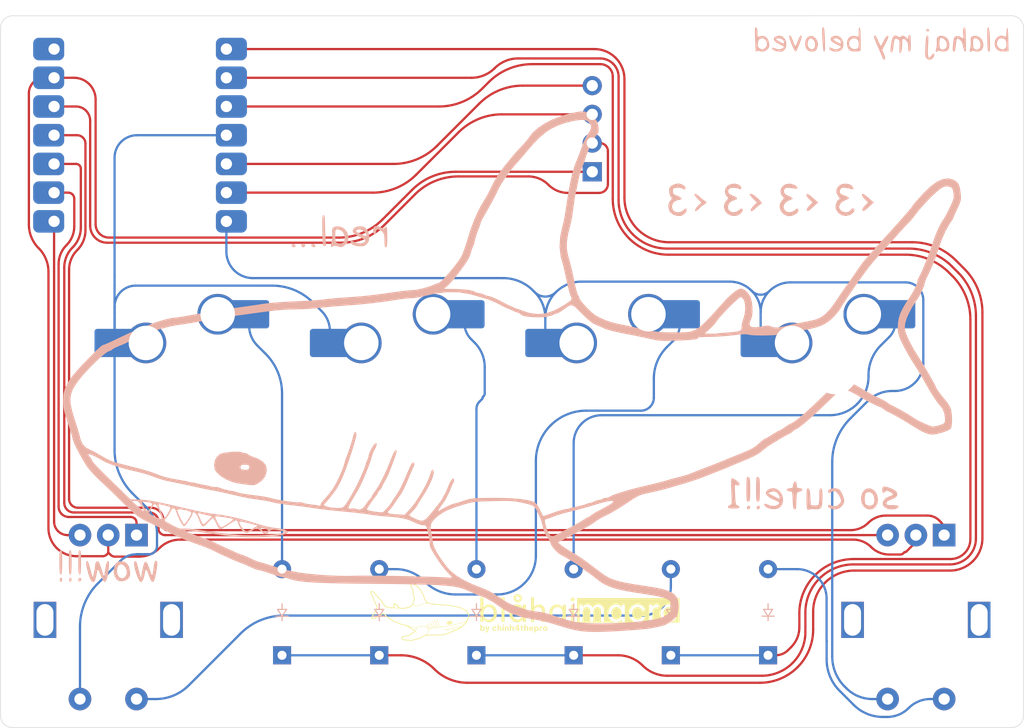
<source format=kicad_pcb>
(kicad_pcb (version 20240108) (generator "pcbnew") (generator_version "8.0")
  (layers (0 "F.Cu" signal) (31 "B.Cu" signal) (34 "B.Paste" user) (35 "F.Paste" user) (36 "B.SilkS" user "B.Silkscreen") (37 "F.SilkS" user "F.Silkscreen") (38 "B.Mask" user) (39 "F.Mask" user) (44 "Edge.Cuts" user))
  (net 0 "")
  (net 1 "Net-(D1-A)")
  (net 2 "ROW1")
  (net 3 "Net-(D2-A)")
  (net 4 "Net-(D3-A)")
  (net 5 "ROW2")
  (net 6 "Net-(D4-A)")
  (net 7 "Net-(D5-A)")
  (net 8 "Net-(D6-A)")
  (net 9 "GND")
  (net 10 "SCL")
  (net 11 "SDA")
  (net 12 "COL1")
  (net 13 "COL2")
  (net 14 "ROTB1")
  (net 15 "ROTA1")
  (net 16 "ROTB2")
  (net 17 "ROTA2")
  (net 18 "+3V3")
  (net 19 "ROW3")
  (footprint "ScottoKeebs_Scotto:Encoder_EC11_MX" (layer "F.Cu") (at 80.9625 76.2 -90)
    (property "Reference" "SW1" (hide yes))
    (property "Value" "RotaryEncoder_Switch" (hide yes))
    (pad "A" thru_hole rect (at -7.5 -2.5 270) (size 2 2) (drill 1) (layers "*.Cu" "*.Mask") (net 15 "ROTA1"))
    (pad "B" thru_hole circle (at -7.5 2.5 270) (size 2 2) (drill 1) (layers "*.Cu" "*.Mask") (net 14 "ROTB1"))
    (pad "C" thru_hole circle (at -7.5 0 270) (size 2 2) (drill 1) (layers "*.Cu" "*.Mask") (net 9 "GND"))
    (pad "MP" thru_hole rect (at 0 -5.6 270) (size 3.2 2) (drill oval 2.8 1.5) (layers "*.Cu" "*.Mask"))
    (pad "MP" thru_hole rect (at 0 5.6 270) (size 3.2 2) (drill oval 2.8 1.5) (layers "*.Cu" "*.Mask"))
    (pad "S1" thru_hole circle (at 7 2.5 270) (size 2 2) (drill 1) (layers "*.Cu" "*.Mask") (net 12 "COL1"))
    (pad "S2" thru_hole circle (at 7 -2.5 270) (size 2 2) (drill 1) (layers "*.Cu" "*.Mask") (net 7 "Net-(D5-A)"))
  )
  (footprint "ScottoKeebs_Scotto:Encoder_EC11_MX" (layer "F.Cu") (at 152.4 76.2 -90)
    (property "Reference" "SW2" (hide yes))
    (property "Value" "RotaryEncoder_Switch" (hide yes))
    (pad "A" thru_hole rect (at -7.5 -2.5 270) (size 2 2) (drill 1) (layers "*.Cu" "*.Mask") (net 17 "ROTA2"))
    (pad "B" thru_hole circle (at -7.5 2.5 270) (size 2 2) (drill 1) (layers "*.Cu" "*.Mask") (net 16 "ROTB2"))
    (pad "C" thru_hole circle (at -7.5 0 270) (size 2 2) (drill 1) (layers "*.Cu" "*.Mask") (net 9 "GND"))
    (pad "MP" thru_hole rect (at 0 -5.6 270) (size 3.2 2) (drill oval 2.8 1.5) (layers "*.Cu" "*.Mask"))
    (pad "MP" thru_hole rect (at 0 5.6 270) (size 3.2 2) (drill oval 2.8 1.5) (layers "*.Cu" "*.Mask"))
    (pad "S1" thru_hole circle (at 7 2.5 270) (size 2 2) (drill 1) (layers "*.Cu" "*.Mask") (net 13 "COL2"))
    (pad "S2" thru_hole circle (at 7 -2.5 270) (size 2 2) (drill 1) (layers "*.Cu" "*.Mask") (net 8 "Net-(D6-A)"))
  )
  (footprint "LOGO" (layer "F.Cu") (at 117.882252 75.519938)
    (property "Reference" "G***" (hide yes))
    (property "Value" "LOGO" (hide yes))
  )
  (footprint "ScottoKeebs_Components:OLED_128x32" (layer "F.Cu") (at 122.1745 26.7625)
    (property "Reference" "J1" (hide yes))
    (property "Value" "OLED_128x32" (hide yes))
    (pad "1" thru_hole rect (at 1.6 9.8 180) (size 1.7 1.7) (drill 1) (layers "*.Cu" "*.Mask") (net 9 "GND"))
    (pad "2" thru_hole oval (at 1.6 7.26 180) (size 1.7 1.7) (drill 1) (layers "*.Cu" "*.Mask") (net 18 "+3V3"))
    (pad "3" thru_hole oval (at 1.6 4.72 180) (size 1.7 1.7) (drill 1) (layers "*.Cu" "*.Mask") (net 10 "SCL"))
    (pad "4" thru_hole oval (at 1.6 2.18 180) (size 1.7 1.7) (drill 1) (layers "*.Cu" "*.Mask") (net 11 "SDA"))
  )
  (footprint "LOGO" (layer "B.Cu") (at 139.602602 38.96113 180)
    (property "Reference" "G***" (hide yes))
    (property "Value" "LOGO" (hide yes))
  )
  (footprint "ScottoKeebs_MCU:Seeed_XIAO_RP2040" (layer "B.Cu") (at 83.792 33.328 180)
    (property "Reference" "U1" (hide yes))
    (property "Value" "MCU_Seeed_XIAO_RP2040" (hide yes))
    (pad "1" smd roundrect (at -8.065 7.62 180) (size 2.75 2) (layers "B.Cu" "B.Paste" "B.Mask") (net 2 "ROW1"))
    (pad "1" thru_hole rect (at -7.62 7.62 90) (size 1.6 1.6) (drill 1) (layers "*.Cu" "*.Mask") (net 2 "ROW1"))
    (pad "2" smd roundrect (at -8.065 5.08 180) (size 2.75 2) (layers "B.Cu" "B.Paste" "B.Mask") (net 5 "ROW2"))
    (pad "2" thru_hole circle (at -7.62 5.08 90) (size 1.6 1.6) (drill 1) (layers "*.Cu" "*.Mask") (net 5 "ROW2"))
    (pad "3" smd roundrect (at -8.065 2.54 180) (size 2.75 2) (layers "B.Cu" "B.Paste" "B.Mask") (net 19 "ROW3"))
    (pad "3" thru_hole circle (at -7.62 2.54 90) (size 1.6 1.6) (drill 1) (layers "*.Cu" "*.Mask") (net 19 "ROW3"))
    (pad "4" smd roundrect (at -8.065 0 180) (size 2.75 2) (layers "B.Cu" "B.Paste" "B.Mask") (net 12 "COL1"))
    (pad "4" thru_hole circle (at -7.62 0 90) (size 1.6 1.6) (drill 1) (layers "*.Cu" "*.Mask") (net 12 "COL1"))
    (pad "5" smd roundrect (at -8.065 -2.54 180) (size 2.75 2) (layers "B.Cu" "B.Paste" "B.Mask") (net 11 "SDA"))
    (pad "5" thru_hole circle (at -7.62 -2.54 90) (size 1.6 1.6) (drill 1) (layers "*.Cu" "*.Mask") (net 11 "SDA"))
    (pad "6" smd roundrect (at -8.065 -5.08 180) (size 2.75 2) (layers "B.Cu" "B.Paste" "B.Mask") (net 10 "SCL"))
    (pad "6" thru_hole circle (at -7.62 -5.08 90) (size 1.6 1.6) (drill 1) (layers "*.Cu" "*.Mask") (net 10 "SCL"))
    (pad "7" smd roundrect (at -8.065 -7.62 180) (size 2.75 2) (layers "B.Cu" "B.Paste" "B.Mask") (net 13 "COL2"))
    (pad "7" thru_hole circle (at -7.62 -7.62 90) (size 1.6 1.6) (drill 1) (layers "*.Cu" "*.Mask") (net 13 "COL2"))
    (pad "8" thru_hole circle (at 7.62 -7.62 90) (size 1.6 1.6) (drill 1) (layers "*.Cu" "*.Mask") (net 14 "ROTB1"))
    (pad "8" smd roundrect (at 8.1 -7.62 180) (size 2.75 2) (layers "B.Cu" "B.Paste" "B.Mask") (net 14 "ROTB1"))
    (pad "9" thru_hole circle (at 7.62 -5.08 90) (size 1.6 1.6) (drill 1) (layers "*.Cu" "*.Mask") (net 15 "ROTA1"))
    (pad "9" smd roundrect (at 8.1 -5.08 180) (size 2.75 2) (layers "B.Cu" "B.Paste" "B.Mask") (net 15 "ROTA1"))
    (pad "10" thru_hole circle (at 7.62 -2.54 90) (size 1.6 1.6) (drill 1) (layers "*.Cu" "*.Mask") (net 16 "ROTB2"))
    (pad "10" smd roundrect (at 8.1 -2.54 180) (size 2.75 2) (layers "B.Cu" "B.Paste" "B.Mask") (net 16 "ROTB2"))
    (pad "11" thru_hole circle (at 7.62 0 90) (size 1.6 1.6) (drill 1) (layers "*.Cu" "*.Mask") (net 17 "ROTA2"))
    (pad "11" smd roundrect (at 8.1 0 180) (size 2.75 2) (layers "B.Cu" "B.Paste" "B.Mask") (net 17 "ROTA2"))
    (pad "12" thru_hole circle (at 7.62 2.54 90) (size 1.6 1.6) (drill 1) (layers "*.Cu" "*.Mask") (net 18 "+3V3"))
    (pad "12" smd roundrect (at 8.1 2.54 180) (size 2.75 2) (layers "B.Cu" "B.Paste" "B.Mask") (net 18 "+3V3"))
    (pad "13" thru_hole circle (at 7.62 5.08 90) (size 1.6 1.6) (drill 1) (layers "*.Cu" "*.Mask") (net 9 "GND"))
    (pad "13" smd roundrect (at 8.1 5.08 180) (size 2.75 2) (layers "B.Cu" "B.Paste" "B.Mask") (net 9 "GND"))
    (pad "14" thru_hole circle (at 7.62 7.62 90) (size 1.6 1.6) (drill 1) (layers "*.Cu" "*.Mask"))
    (pad "14" smd roundrect (at 8.1 7.62 180) (size 2.75 2) (layers "B.Cu" "B.Paste" "B.Mask"))
  )
  (footprint "ScottoKeebs_Components:Diode_DO-35" (layer "B.Cu") (at 122.13 79.33 90)
    (property "Reference" "D4" (hide yes))
    (property "Value" "Diode" (hide yes))
    (pad "1" thru_hole rect (at 0 0 90) (size 1.6 1.6) (drill 0.8) (layers "*.Cu" "*.Mask") (net 5 "ROW2"))
    (pad "2" thru_hole oval (at 7.62 0 90) (size 1.6 1.6) (drill 0.8) (layers "*.Cu" "*.Mask") (net 6 "Net-(D4-A)"))
  )
  (footprint "LOGO" (layer "B.Cu") (at 149.363 25.221 180)
    (property "Reference" "G***" (hide yes))
    (property "Value" "LOGO" (hide yes))
  )
  (footprint "ScottoKeebs_Scotto:MX_Hotswap_1.00u" (layer "B.Cu") (at 87.47125 50.43375)
    (property "Reference" "S1" (hide yes))
    (property "Value" "Keyswitch" (hide yes))
    (pad "" np_thru_hole circle (at -4.445 3.81 180) (size 1.75 1.75) (drill 1.75) (layers "F&B.Cu" "*.Mask") (clearance 0.1))
    (pad "" np_thru_hole circle (at 0.635 3.81 180) (size 4 4) (drill 4) (layers "*.Cu" "*.Mask"))
    (pad "" np_thru_hole circle (at 5.715 3.81 180) (size 1.75 1.75) (drill 1.75) (layers "*.Cu" "*.Mask"))
    (pad "1" smd roundrect (at -5.95 1.27 180) (size 3.55 2.5) (layers "B.Cu") (roundrect_rratio 0.1) (net 12 "COL1"))
    (pad "1" thru_hole circle (at -3.175 1.27 180) (size 3.6 3.6) (drill 3.05) (layers "*.Cu" "*.Mask") (net 12 "COL1"))
    (pad "2" thru_hole circle (at 3.175 -1.27 180) (size 3.6 3.6) (drill 3.05) (layers "*.Cu" "*.Mask") (net 1 "Net-(D1-A)"))
    (pad "2" smd roundrect (at 5.955 -1.27 180) (size 3.55 2.5) (layers "B.Cu") (roundrect_rratio 0.1) (net 1 "Net-(D1-A)"))
  )
  (footprint "ScottoKeebs_Scotto:MX_Hotswap_1.00u" (layer "B.Cu") (at 125.57125 50.43375)
    (property "Reference" "S3" (hide yes))
    (property "Value" "Keyswitch" (hide yes))
    (pad "" np_thru_hole circle (at -4.445 3.81 180) (size 1.75 1.75) (drill 1.75) (layers "F&B.Cu" "*.Mask") (clearance 0.1))
    (pad "" np_thru_hole circle (at 0.635 3.81 180) (size 4 4) (drill 4) (layers "*.Cu" "*.Mask"))
    (pad "" np_thru_hole circle (at 5.715 3.81 180) (size 1.75 1.75) (drill 1.75) (layers "*.Cu" "*.Mask"))
    (pad "1" smd roundrect (at -5.95 1.27 180) (size 3.55 2.5) (layers "B.Cu") (roundrect_rratio 0.1) (net 13 "COL2"))
    (pad "1" thru_hole circle (at -3.175 1.27 180) (size 3.6 3.6) (drill 3.05) (layers "*.Cu" "*.Mask") (net 13 "COL2"))
    (pad "2" thru_hole circle (at 3.175 -1.27 180) (size 3.6 3.6) (drill 3.05) (layers "*.Cu" "*.Mask") (net 4 "Net-(D3-A)"))
    (pad "2" smd roundrect (at 5.955 -1.27 180) (size 3.55 2.5) (layers "B.Cu") (roundrect_rratio 0.1) (net 4 "Net-(D3-A)"))
  )
  (footprint "ScottoKeebs_Scotto:MX_Hotswap_1.00u" (layer "B.Cu") (at 106.52125 50.43375)
    (property "Reference" "S2" (hide yes))
    (property "Value" "Keyswitch" (hide yes))
    (pad "" np_thru_hole circle (at -4.445 3.81 180) (size 1.75 1.75) (drill 1.75) (layers "F&B.Cu" "*.Mask") (clearance 0.1))
    (pad "" np_thru_hole circle (at 0.635 3.81 180) (size 4 4) (drill 4) (layers "*.Cu" "*.Mask"))
    (pad "" np_thru_hole circle (at 5.715 3.81 180) (size 1.75 1.75) (drill 1.75) (layers "*.Cu" "*.Mask"))
    (pad "1" smd roundrect (at -5.95 1.27 180) (size 3.55 2.5) (layers "B.Cu") (roundrect_rratio 0.1) (net 12 "COL1"))
    (pad "1" thru_hole circle (at -3.175 1.27 180) (size 3.6 3.6) (drill 3.05) (layers "*.Cu" "*.Mask") (net 12 "COL1"))
    (pad "2" thru_hole circle (at 3.175 -1.27 180) (size 3.6 3.6) (drill 3.05) (layers "*.Cu" "*.Mask") (net 3 "Net-(D2-A)"))
    (pad "2" smd roundrect (at 5.955 -1.27 180) (size 3.55 2.5) (layers "B.Cu") (roundrect_rratio 0.1) (net 3 "Net-(D2-A)"))
  )
  (footprint "LOGO" (layer "B.Cu") (at 101.466 41.822 180)
    (property "Reference" "G***" (hide yes))
    (property "Value" "LOGO" (hide yes))
  )
  (footprint "ScottoKeebs_Components:Diode_DO-35" (layer "B.Cu") (at 96.336 79.33 90)
    (property "Reference" "D1" (hide yes))
    (property "Value" "Diode" (hide yes))
    (pad "1" thru_hole rect (at 0 0 90) (size 1.6 1.6) (drill 0.8) (layers "*.Cu" "*.Mask") (net 2 "ROW1"))
    (pad "2" thru_hole oval (at 7.62 0 90) (size 1.6 1.6) (drill 0.8) (layers "*.Cu" "*.Mask") (net 1 "Net-(D1-A)"))
  )
  (footprint "ScottoKeebs_Components:Diode_DO-35" (layer "B.Cu") (at 139.326 79.33 90)
    (property "Reference" "D6" (hide yes))
    (property "Value" "Diode" (hide yes))
    (pad "1" thru_hole rect (at 0 0 90) (size 1.6 1.6) (drill 0.8) (layers "*.Cu" "*.Mask") (net 19 "ROW3"))
    (pad "2" thru_hole oval (at 7.62 0 90) (size 1.6 1.6) (drill 0.8) (layers "*.Cu" "*.Mask") (net 8 "Net-(D6-A)"))
  )
  (footprint "LOGO" (layer "B.Cu") (at 80.981669 71.45 180)
    (property "Reference" "G***" (hide yes))
    (property "Value" "LOGO" (hide yes))
  )
  (footprint "ScottoKeebs_Components:Diode_DO-35" (layer "B.Cu") (at 104.934 79.33 90)
    (property "Reference" "D3" (hide yes))
    (property "Value" "Diode" (hide yes))
    (pad "1" thru_hole rect (at 0 0 90) (size 1.6 1.6) (drill 0.8) (layers "*.Cu" "*.Mask") (net 2 "ROW1"))
    (pad "2" thru_hole oval (at 7.62 0 90) (size 1.6 1.6) (drill 0.8) (layers "*.Cu" "*.Mask") (net 4 "Net-(D3-A)"))
  )
  (footprint "ScottoKeebs_Scotto:MX_Hotswap_1.00u" (layer "B.Cu") (at 144.62125 50.43375)
    (property "Reference" "S4" (hide yes))
    (property "Value" "Keyswitch" (hide yes))
    (pad "" np_thru_hole circle (at -4.445 3.81 180) (size 1.75 1.75) (drill 1.75) (layers "F&B.Cu" "*.Mask") (clearance 0.1))
    (pad "" np_thru_hole circle (at 0.635 3.81 180) (size 4 4) (drill 4) (layers "*.Cu" "*.Mask"))
    (pad "" np_thru_hole circle (at 5.715 3.81 180) (size 1.75 1.75) (drill 1.75) (layers "*.Cu" "*.Mask"))
    (pad "1" smd roundrect (at -5.95 1.27 180) (size 3.55 2.5) (layers "B.Cu") (roundrect_rratio 0.1) (net 13 "COL2"))
    (pad "1" thru_hole circle (at -3.175 1.27 180) (size 3.6 3.6) (drill 3.05) (layers "*.Cu" "*.Mask") (net 13 "COL2"))
    (pad "2" thru_hole circle (at 3.175 -1.27 180) (size 3.6 3.6) (drill 3.05) (layers "*.Cu" "*.Mask") (net 6 "Net-(D4-A)"))
    (pad "2" smd roundrect (at 5.955 -1.27 180) (size 3.55 2.5) (layers "B.Cu") (roundrect_rratio 0.1) (net 6 "Net-(D4-A)"))
  )
  (footprint "ScottoKeebs_Components:Diode_DO-35" (layer "B.Cu") (at 113.532 79.33 90)
    (property "Reference" "D2" (hide yes))
    (property "Value" "Diode" (hide yes))
    (pad "1" thru_hole rect (at 0 0 90) (size 1.6 1.6) (drill 0.8) (layers "*.Cu" "*.Mask") (net 5 "ROW2"))
    (pad "2" thru_hole oval (at 7.62 0 90) (size 1.6 1.6) (drill 0.8) (layers "*.Cu" "*.Mask") (net 3 "Net-(D2-A)"))
  )
  (footprint "ScottoKeebs_Components:Diode_DO-35" (layer "B.Cu") (at 130.728 79.33 90)
    (property "Reference" "D5" (hide yes))
    (property "Value" "Diode" (hide yes))
    (pad "1" thru_hole rect (at 0 0 90) (size 1.6 1.6) (drill 0.8) (layers "*.Cu" "*.Mask") (net 19 "ROW3"))
    (pad "2" thru_hole oval (at 7.62 0 90) (size 1.6 1.6) (drill 0.8) (layers "*.Cu" "*.Mask") (net 7 "Net-(D5-A)"))
  )
  (footprint "LOGO" (layer "B.Cu") (at 116.604444 54.231493 180)
    (property "Reference" "G***" (hide yes))
    (property "Value" "LOGO" (hide yes))
  )
  (footprint "LOGO" (layer "B.Cu") (at 143.325103 64.975961 180)
    (property "Reference" "G***" (hide yes))
    (property "Value" "LOGO" (hide yes))
  )
  (gr_arc (start 160.864003 22.7625) (mid 161.614164 23.072984) (end 161.925 23.823) (stroke (width 0.05)) (layer "Edge.Cuts"))
  (gr_arc (start 71.437994 23.823003) (mid 71.749924 23.072098) (end 72.502 22.763001) (stroke (width 0.05)) (layer "Edge.Cuts"))
  (gr_line (start 160.864003 22.7625) (end 72.502 22.763001) (stroke (width 0.05)) (layer "Edge.Cuts"))
  (gr_line (start 71.437994 23.823003) (end 71.4375 84.665011) (stroke (width 0.05)) (layer "Edge.Cuts"))
  (gr_line (start 161.924 84.663999) (end 161.925 23.823) (stroke (width 0.05)) (layer "Edge.Cuts"))
  (gr_arc (start 161.924 84.663999) (mid 161.613633 85.413632) (end 160.864 85.724) (stroke (width 0.05)) (layer "Edge.Cuts"))
  (gr_arc (start 72.498 85.725) (mid 71.748341 85.414521) (end 71.4375 84.665011) (stroke (width 0.05)) (layer "Edge.Cuts"))
  (gr_line (start 72.498 85.725) (end 160.864 85.724) (stroke (width 0.05)) (layer "Edge.Cuts"))
  (segment (start 96.336 56.176503) (end 96.336 71.71) (width 0.2) (layer "B.Cu") (net 1))
  (segment (start 93.42625 50.1865) (end 93.42625 49.16375) (width 0.2) (layer "B.Cu") (net 1))
  (segment (start 94.881125 52.664125) (end 94.149443 51.932443) (width 0.2) (layer "B.Cu") (net 1))
  (arc (start 94.881125 52.664125) (mid 95.95789 54.275617) (end 96.336 56.176503) (width 0.2) (layer "B.Cu") (net 1))
  (arc (start 94.149443 51.932443) (mid 93.614201 51.131397) (end 93.42625 50.1865) (width 0.2) (layer "B.Cu") (net 1))
  (segment (start 112.734976 81.761) (end 138.607506 81.761) (width 0.2) (layer "F.Cu") (net 2))
  (segment (start 143.314 77.054506) (end 143.314 75.465309) (width 0.2) (layer "F.Cu") (net 2))
  (segment (start 156.691207 45.154207) (end 155.925792 44.388792) (width 0.2) (layer "F.Cu") (net 2))
  (segment (start 158.285 68.976596) (end 158.285 49.001963) (width 0.2) (layer "F.Cu") (net 2))
  (segment (start 126.622 38.849876) (end 126.622 28.367672) (width 0.2) (layer "F.Cu") (net 2))
  (segment (start 106.866023 79.33) (end 104.934 79.33) (width 0.2) (layer "F.Cu") (net 2))
  (segment (start 152.078036 42.795) (end 130.567123 42.795) (width 0.2) (layer "F.Cu") (net 2))
  (segment (start 123.962327 25.708) (end 91.412 25.708) (width 0.2) (layer "F.Cu") (net 2))
  (segment (start 146.943309 71.836) (end 155.425596 71.836) (width 0.2) (layer "F.Cu") (net 2))
  (arc (start 123.962327 25.708) (mid 124.98014 25.910455) (end 125.843 26.487) (width 0.2) (layer "F.Cu") (net 2))
  (arc (start 126.622 28.367672) (mid 126.419544 27.349859) (end 125.843 26.487) (width 0.2) (layer "F.Cu") (net 2))
  (arc (start 155.425596 71.836) (mid 156.519842 71.61834) (end 157.4475 70.9985) (width 0.2) (layer "F.Cu") (net 2))
  (arc (start 158.285 68.976596) (mid 158.06734 70.070842) (end 157.4475 70.9985) (width 0.2) (layer "F.Cu") (net 2))
  (arc (start 152.078036 42.795) (mid 154.160426 43.209213) (end 155.925792 44.388792) (width 0.2) (layer "F.Cu") (net 2))
  (arc (start 143.314 75.465309) (mid 143.590264 74.076432) (end 144.377 72.899) (width 0.2) (layer "F.Cu") (net 2))
  (arc (start 146.943309 71.836) (mid 145.554432 72.112264) (end 144.377 72.899) (width 0.2) (layer "F.Cu") (net 2))
  (arc (start 112.734976 81.761) (mid 111.146849 81.445101) (end 109.8005 80.5455) (width 0.2) (layer "F.Cu") (net 2))
  (arc (start 126.622 38.849876) (mid 126.922304 40.359609) (end 127.7775 41.6395) (width 0.2) (layer "F.Cu") (net 2))
  (arc (start 130.567123 42.795) (mid 129.05739 42.494695) (end 127.7775 41.6395) (width 0.2) (layer "F.Cu") (net 2))
  (arc (start 143.314 77.054506) (mid 142.955739 78.855603) (end 141.9355 80.3825) (width 0.2) (layer "F.Cu") (net 2))
  (arc (start 156.691207 45.154207) (mid 157.870786 46.919572) (end 158.285 49.001963) (width 0.2) (layer "F.Cu") (net 2))
  (arc (start 138.607506 81.761) (mid 140.408603 81.402739) (end 141.9355 80.3825) (width 0.2) (layer "F.Cu") (net 2))
  (arc (start 109.8005 80.5455) (mid 108.45415 79.645898) (end 106.866023 79.33) (width 0.2) (layer "F.Cu") (net 2))
  (segment (start 104.934 79.33) (end 96.336 79.33) (width 0.2) (layer "B.Cu") (net 2))
  (segment (start 114.263 56.177528) (end 114.263 53.833423) (width 0.2) (layer "B.Cu") (net 3))
  (segment (start 112.47625 49.9735) (end 112.47625 49.16375) (width 0.2) (layer "B.Cu") (net 3))
  (segment (start 113.532 57.541423) (end 113.532 71.71) (width 0.2) (layer "B.Cu") (net 3))
  (segment (start 114.111012 56.465987) (end 114.1665 56.4105) (width 0.2) (layer "B.Cu") (net 3))
  (segment (start 113.048829 51.355829) (end 113.369625 51.676625) (width 0.2) (layer "B.Cu") (net 3))
  (segment (start 113.800999 56.891999) (end 114.028987 56.664012) (width 0.2) (layer "B.Cu") (net 3))
  (arc (start 112.47625 49.9735) (mid 112.625058 50.721611) (end 113.048829 51.355829) (width 0.2) (layer "B.Cu") (net 3))
  (arc (start 114.263 56.177528) (mid 114.23792 56.303611) (end 114.1665 56.4105) (width 0.2) (layer "B.Cu") (net 3))
  (arc (start 114.111012 56.465987) (mid 114.080658 56.511414) (end 114.07 56.565) (width 0.2) (layer "B.Cu") (net 3))
  (arc (start 114.028987 56.664012) (mid 114.059341 56.618584) (end 114.07 56.565) (width 0.2) (layer "B.Cu") (net 3))
  (arc (start 113.800999 56.891999) (mid 113.60191 57.189957) (end 113.532 57.541423) (width 0.2) (layer "B.Cu") (net 3))
  (arc (start 114.263 53.833423) (mid 114.030819 52.666172) (end 113.369625 51.676625) (width 0.2) (layer "B.Cu") (net 3))
  (segment (start 129.223 54.850643) (end 129.223 56.540702) (width 0.2) (layer "B.Cu") (net 4))
  (segment (start 106.398 71.71) (end 104.934 71.71) (width 0.2) (layer "B.Cu") (net 4))
  (segment (start 108.897204 72.745204) (end 108.9825 72.8305) (width 0.2) (layer "B.Cu") (net 4))
  (segment (start 131.52625 50.04125) (end 131.52625 49.16375) (width 0.2) (layer "B.Cu") (net 4))
  (segment (start 130.905763 51.539236) (end 130.374624 52.070374) (width 0.2) (layer "B.Cu") (net 4))
  (segment (start 111.687626 73.951) (end 115.360129 73.951) (width 0.2) (layer "B.Cu") (net 4))
  (segment (start 118.788 70.523129) (end 118.788 62.143427) (width 0.2) (layer "B.Cu") (net 4))
  (segment (start 123.238427 57.693) (end 128.070702 57.693) (width 0.2) (layer "B.Cu") (net 4))
  (arc (start 117.784 72.947) (mid 116.671918 73.690068) (end 115.360129 73.951) (width 0.2) (layer "B.Cu") (net 4))
  (arc (start 118.788 62.143427) (mid 119.126768 60.440322) (end 120.0915 58.9965) (width 0.2) (layer "B.Cu") (net 4))
  (arc (start 108.897204 72.745204) (mid 107.750559 71.97904) (end 106.398 71.71) (width 0.2) (layer "B.Cu") (net 4))
  (arc (start 128.070702 57.693) (mid 128.511667 57.605286) (end 128.8855 57.3555) (width 0.2) (layer "B.Cu") (net 4))
  (arc (start 129.223 56.540702) (mid 129.135286 56.981667) (end 128.8855 57.3555) (width 0.2) (layer "B.Cu") (net 4))
  (arc (start 130.905763 51.539236) (mid 131.36499 50.851954) (end 131.52625 50.04125) (width 0.2) (layer "B.Cu") (net 4))
  (arc (start 117.784 72.947) (mid 118.527068 71.834918) (end 118.788 70.523129) (width 0.2) (layer "B.Cu") (net 4))
  (arc (start 123.238427 57.693) (mid 121.535322 58.031768) (end 120.0915 58.9965) (width 0.2) (layer "B.Cu") (net 4))
  (arc (start 111.687626 73.951) (mid 110.223622 73.659791) (end 108.9825 72.8305) (width 0.2) (layer "B.Cu") (net 4))
  (arc (start 130.374624 52.070374) (mid 129.522297 53.345972) (end 129.223 54.850643) (width 0.2) (layer "B.Cu") (net 4))
  (segment (start 126.104 28.170701) (end 126.104 39.052383) (width 0.2) (layer "F.Cu") (net 5))
  (segment (start 156.118207 45.456207) (end 155.611792 44.949792) (width 0.2) (layer "F.Cu") (net 5))
  (segment (start 146.885231 71.293) (end 155.415941 71.293) (width 0.2) (layer "F.Cu") (net 5))
  (segment (start 126.047136 79.33) (end 122.13 79.33) (width 0.2) (layer "F.Cu") (net 5))
  (segment (start 113.08614 28.248) (end 91.412 28.248) (width 0.2) (layer "F.Cu") (net 5))
  (segment (start 130.407616 43.356) (end 151.764036 43.356) (width 0.2) (layer "F.Cu") (net 5))
  (segment (start 142.626 77.281938) (end 142.626 75.552231) (width 0.2) (layer "F.Cu") (net 5))
  (segment (start 130.416863 81.14) (end 138.767938 81.14) (width 0.2) (layer "F.Cu") (net 5))
  (segment (start 157.712 49.303963) (end 157.712 68.996941) (width 0.2) (layer "F.Cu") (net 5))
  (segment (start 124.470298 26.537) (end 117.216859 26.537) (width 0.2) (layer "F.Cu") (net 5))
  (arc (start 124.470298 26.537) (mid 125.095488 26.661358) (end 125.6255 27.0155) (width 0.2) (layer "F.Cu") (net 5))
  (arc (start 128.232 80.235) (mid 129.234423 80.904798) (end 130.416863 81.14) (width 0.2) (layer "F.Cu") (net 5))
  (arc (start 155.611792 44.949792) (mid 153.846426 43.770213) (end 151.764036 43.356) (width 0.2) (layer "F.Cu") (net 5))
  (arc (start 157.0395 70.6205) (mid 157.537222 69.875604) (end 157.712 68.996941) (width 0.2) (layer "F.Cu") (net 5))
  (arc (start 115.1515 27.3925) (mid 116.099094 26.759337) (end 117.216859 26.537) (width 0.2) (layer "F.Cu") (net 5))
  (arc (start 128.232 80.235) (mid 127.229576 79.565201) (end 126.047136 79.33) (width 0.2) (layer "F.Cu") (net 5))
  (arc (start 157.712 49.303963) (mid 157.297786 47.221572) (end 156.118207 45.456207) (width 0.2) (layer "F.Cu") (net 5))
  (arc (start 157.0395 70.6205) (mid 156.294604 71.118222) (end 155.415941 71.293) (width 0.2) (layer "F.Cu") (net 5))
  (arc (start 143.8735 72.5405) (mid 142.950214 73.922294) (end 142.626 75.552231) (width 0.2) (layer "F.Cu") (net 5))
  (arc (start 113.08614 28.248) (mid 114.203904 28.025662) (end 115.1515 27.3925) (width 0.2) (layer "F.Cu") (net 5))
  (arc (start 127.3645 42.0955) (mid 128.760693 43.028406) (end 130.407616 43.356) (width 0.2) (layer "F.Cu") (net 5))
  (arc (start 126.104 28.170701) (mid 125.979641 27.54551) (end 125.6255 27.0155) (width 0.2) (layer "F.Cu") (net 5))
  (arc (start 141.496 80.01) (mid 140.244354 80.846322) (end 138.767938 81.14) (width 0.2) (layer "F.Cu") (net 5))
  (arc (start 141.496 80.01) (mid 142.332322 78.758354) (end 142.626 77.281938) (width 0.2) (layer "F.Cu") (net 5))
  (arc (start 127.3645 42.0955) (mid 126.431593 40.699306) (end 126.104 39.052383) (width 0.2) (layer "F.Cu") (net 5))
  (arc (start 146.885231 71.293) (mid 145.255294 71.617214) (end 143.8735 72.5405) (width 0.2) (layer "F.Cu") (net 5))
  (segment (start 122.13 79.33) (end 113.532 79.33) (width 0.2) (layer "B.Cu") (net 5))
  (segment (start 150.57625 49.90275) (end 150.57625 49.16375) (width 0.2) (layer "B.Cu") (net 6))
  (segment (start 148.21 54.552) (end 148.21 54.683907) (width 0.2) (layer "B.Cu") (net 6))
  (segment (start 122.13 60.570011) (end 122.13 71.71) (width 0.2) (layer "B.Cu") (net 6))
  (segment (start 149.301772 51.916226) (end 150.053698 51.164301) (width 0.2) (layer "B.Cu") (net 6))
  (segment (start 144.800907 58.093) (end 124.607011 58.093) (width 0.2) (layer "B.Cu") (net 6))
  (arc (start 122.8555 58.8185) (mid 122.318551 59.6221) (end 122.13 60.570011) (width 0.2) (layer "B.Cu") (net 6))
  (arc (start 148.21 54.683907) (mid 147.950498 55.98851) (end 147.2115 57.0945) (width 0.2) (layer "B.Cu") (net 6))
  (arc (start 148.21 54.552) (mid 148.493742 53.125529) (end 149.301772 51.916226) (width 0.2) (layer "B.Cu") (net 6))
  (arc (start 144.800907 58.093) (mid 146.10551 57.833498) (end 147.2115 57.0945) (width 0.2) (layer "B.Cu") (net 6))
  (arc (start 150.57625 49.90275) (mid 150.440443 50.585496) (end 150.053698 51.164301) (width 0.2) (layer "B.Cu") (net 6))
  (arc (start 122.8555 58.8185) (mid 123.6591 58.281551) (end 124.607011 58.093) (width 0.2) (layer "B.Cu") (net 6))
  (segment (start 92.661207 77.411792) (end 88.078793 81.994206) (width 0.2) (layer "B.Cu") (net 7))
  (segment (start 85.16775 83.2) (end 83.4625 83.2) (width 0.2) (layer "B.Cu") (net 7))
  (segment (start 96.508963 75.818) (end 128.167339 75.818) (width 0.2) (layer "B.Cu") (net 7))
  (segment (start 130.728 73.257339) (end 130.728 71.71) (width 0.2) (layer "B.Cu") (net 7))
  (arc (start 129.978 75.068) (mid 130.533081 74.237261) (end 130.728 73.257339) (width 0.2) (layer "B.Cu") (net 7))
  (arc (start 92.661207 77.411792) (mid 94.426572 76.232213) (end 96.508963 75.818) (width 0.2) (layer "B.Cu") (net 7))
  (arc (start 129.978 75.068) (mid 129.147261 75.623081) (end 128.167339 75.818) (width 0.2) (layer "B.Cu") (net 7))
  (arc (start 88.078793 81.994206) (mid 86.743195 82.886624) (end 85.16775 83.2) (width 0.2) (layer "B.Cu") (net 7))
  (segment (start 144.502 78.077757) (end 144.502 74.31163) (width 0.2) (layer "B.Cu") (net 8))
  (segment (start 144.508 78.092242) (end 144.508 79.706) (width 0.2) (layer "B.Cu") (net 8))
  (segment (start 145.652098 82.468098) (end 146.903804 83.719804) (width 0.2) (layer "B.Cu") (net 8))
  (segment (start 149.473 84.784) (end 149.857942 84.784) (width 0.2) (layer "B.Cu") (net 8))
  (segment (start 144.502 78.077757) (end 144.502 78.086242) (width 0.2) (layer "B.Cu") (net 8))
  (segment (start 141.900369 71.71) (end 139.326 71.71) (width 0.2) (layer "B.Cu") (net 8))
  (segment (start 153.682057 83.2) (end 154.9 83.2) (width 0.2) (layer "B.Cu") (net 8))
  (arc (start 149.473 84.784) (mid 148.082561 84.507424) (end 146.903804 83.719804) (width 0.2) (layer "B.Cu") (net 8))
  (arc (start 143.74 72.472) (mid 142.89597 71.908037) (end 141.900369 71.71) (width 0.2) (layer "B.Cu") (net 8))
  (arc (start 145.652098 82.468098) (mid 144.805341 81.200836) (end 144.508 79.706) (width 0.2) (layer "B.Cu") (net 8))
  (arc (start 151.77 83.992) (mid 152.647259 83.405834) (end 153.682057 83.2) (width 0.2) (layer "B.Cu") (net 8))
  (arc (start 151.77 83.992) (mid 150.89274 84.578165) (end 149.857942 84.784) (width 0.2) (layer "B.Cu") (net 8))
  (arc (start 144.502 78.077757) (mid 144.502779 78.081676) (end 144.505 78.085) (width 0.2) (layer "B.Cu") (net 8))
  (arc (start 143.74 72.472) (mid 144.303962 73.316029) (end 144.502 74.31163) (width 0.2) (layer "B.Cu") (net 8))
  (arc (start 144.508 78.092242) (mid 144.50722 78.088322) (end 144.505 78.085) (width 0.2) (layer "B.Cu") (net 8))
  (arc (start 144.505 78.085) (mid 144.503084 78.084618) (end 144.502 78.086242) (width 0.2) (layer "B.Cu") (net 8))
  (segment (start 83.677218 70.603) (end 81.553213 70.603) (width 0.2) (layer "F.Cu") (net 9))
  (segment (start 152.4 69.006) (end 152.4 68.7) (width 0.2) (layer "F.Cu") (net 9))
  (segment (start 111.694463 36.5625) (end 123.7745 36.5625) (width 0.2) (layer "F.Cu") (net 9))
  (segment (start 79.844 41.197267) (end 79.844 30.168495) (width 0.2) (layer "F.Cu") (net 9))
  (segment (start 107.846706 38.156292) (end 105.214792 40.788207) (width 0.2) (layer "F.Cu") (net 9))
  (segment (start 80.9625 70.261) (end 80.9625 68.7) (width 0.2) (layer "F.Cu") (net 9))
  (segment (start 77.923504 28.248) (end 76.172 28.248) (width 0.2) (layer "F.Cu") (net 9))
  (segment (start 73.943 29.620513) (end 73.943 41.230998) (width 0.2) (layer "F.Cu") (net 9))
  (segment (start 80.945882 70.301117) (end 80.822249 70.424749) (width 0.2) (layer "F.Cu") (net 9))
  (segment (start 101.367036 42.382) (end 81.028732 42.382) (width 0.2) (layer "F.Cu") (net 9))
  (segment (start 81.16875 70.44375) (end 81.026117 70.301117) (width 0.2) (layer "F.Cu") (net 9))
  (segment (start 146.85674 69.1) (end 87.305781 69.1) (width 0.2) (layer "F.Cu") (net 9))
  (segment (start 80.483656 70.565) (end 78.152719 70.565) (width 0.2) (layer "F.Cu") (net 9))
  (segment (start 75.315513 28.248) (end 76.172 28.248) (width 0.2) (layer "F.Cu") (net 9))
  (segment (start 152.183625 69.528374) (end 151.557597 70.154401) (width 0.2) (layer "F.Cu") (net 9))
  (segment (start 150.036259 70.417) (end 151.025315 70.417) (width 0.2) (layer "F.Cu") (net 9))
  (segment (start 75.674 68.08628) (end 75.674 45.410001) (width 0.2) (layer "F.Cu") (net 9))
  (segment (start 151.2945 70.3055) (end 151.366402 70.233597) (width 0.2) (layer "F.Cu") (net 9))
  (arc (start 75.674 68.08628) (mid 75.862681 69.034845) (end 76.4 69.839) (width 0.2) (layer "F.Cu") (net 9))
  (arc (start 85.4915 69.8515) (mid 84.6591 70.407691) (end 83.677218 70.603) (width 0.2) (layer "F.Cu") (net 9))
  (arc (start 74.8085 43.3205) (mid 74.167936 42.361828) (end 73.943 41.230998) (width 0.2) (layer "F.Cu") (net 9))
  (arc (start 81.026117 70.301117) (mid 81.007711 70.288818) (end 80.986 70.2845) (width 0.2) (layer "F.Cu") (net 9))
  (arc (start 76.4 69.839) (mid 77.204154 70.376318) (end 78.152719 70.565) (width 0.2) (layer "F.Cu") (net 9))
  (arc (start 79.844 41.197267) (mid 79.934182 41.650645) (end 80.191 42.035) (width 0.2) (layer "F.Cu") (net 9))
  (arc (start 151.2945 70.3055) (mid 151.170996 70.388022) (end 151.025315 70.417) (width 0.2) (layer "F.Cu") (net 9))
  (arc (start 85.4915 69.8515) (mid 86.323899 69.295308) (end 87.305781 69.1) (width 0.2) (layer "F.Cu") (net 9))
  (arc (start 75.674 45.410001) (mid 75.449063 44.279171) (end 74.8085 43.3205) (width 0.2) (layer "F.Cu") (net 9))
  (arc (start 80.986 70.2845) (mid 80.969382 70.277617) (end 80.9625 70.261) (width 0.2) (layer "F.Cu") (net 9))
  (arc (start 111.694463 36.5625) (mid 109.612072 36.976713) (end 107.846706 38.156292) (width 0.2) (layer "F.Cu") (net 9))
  (arc (start 80.191 42.035) (mid 80.575354 42.291817) (end 81.028732 42.382) (width 0.2) (layer "F.Cu") (net 9))
  (arc (start 80.945882 70.301117) (mid 80.958181 70.282711) (end 80.9625 70.261) (width 0.2) (layer "F.Cu") (net 9))
  (arc (start 148.4465 69.7585) (mid 149.175887 70.245861) (end 150.036259 70.417) (width 0.2) (layer "F.Cu") (net 9))
  (arc (start 152.183625 69.528374) (mid 152.343765 69.288706) (end 152.4 69.006) (width 0.2) (layer "F.Cu") (net 9))
  (arc (start 80.483656 70.565) (mid 80.666901 70.528549) (end 80.822249 70.424749) (width 0.2) (layer "F.Cu") (net 9))
  (arc (start 151.462 70.194) (mid 151.410262 70.20429) (end 151.366402 70.233597) (width 0.2) (layer "F.Cu") (net 9))
  (arc (start 75.315513 28.248) (mid 74.790275 28.352476) (end 74.345 28.65) (width 0.2) (layer "F.Cu") (net 9))
  (arc (start 151.462 70.194) (mid 151.513736 70.183708) (end 151.557597 70.154401) (width 0.2) (layer "F.Cu") (net 9))
  (arc (start 79.2815 28.8105) (mid 78.658446 28.394188) (end 77.923504 28.248) (width 0.2) (layer "F.Cu") (net 9))
  (arc (start 74.345 28.65) (mid 74.047476 29.095275) (end 73.943 29.620513) (width 0.2) (layer "F.Cu") (net 9))
  (arc (start 146.85674 69.1) (mid 147.717111 69.271138) (end 148.4465 69.7585) (width 0.2) (layer "F.Cu") (net 9))
  (arc (start 105.214792 40.788207) (mid 103.449426 41.967786) (end 101.367036 42.382) (width 0.2) (layer "F.Cu") (net 9))
  (arc (start 80.945882 70.301117) (mid 80.964288 70.288818) (end 80.986 70.2845) (width 0.2) (layer "F.Cu") (net 9))
  (arc (start 81.16875 70.44375) (mid 81.345143 70.561612) (end 81.553213 70.603) (width 0.2) (layer "F.Cu") (net 9))
  (arc (start 79.2815 28.8105) (mid 79.697811 29.433553) (end 79.844 30.168495) (width 0.2) (layer "F.Cu") (net 9))
  (segment (start 115.792463 31.4825) (end 123.7745 31.4825) (width 0.2) (layer "F.Cu") (net 10))
  (segment (start 111.944707 33.076292) (end 108.206792 36.814207) (width 0.2) (layer "F.Cu") (net 10))
  (segment (start 104.359036 38.408) (end 91.412 38.408) (width 0.2) (layer "F.Cu") (net 10))
  (arc (start 104.359036 38.408) (mid 106.441426 37.993786) (end 108.206792 36.814207) (width 0.2) (layer "F.Cu") (net 10))
  (arc (start 115.792463 31.4825) (mid 113.710072 31.896713) (end 111.944707 33.076292) (width 0.2) (layer "F.Cu") (net 10))
  (segment (start 113.776707 30.536292) (end 110.038792 34.274207) (width 0.2) (layer "F.Cu") (net 11))
  (segment (start 106.191036 35.868) (end 91.412 35.868) (width 0.2) (layer "F.Cu") (net 11))
  (segment (start 117.624463 28.9425) (end 123.7745 28.9425) (width 0.2) (layer "F.Cu") (net 11))
  (arc (start 113.776707 30.536292) (mid 115.542072 29.356713) (end 117.624463 28.9425) (width 0.2) (layer "F.Cu") (net 11))
  (arc (start 110.038792 34.274207) (mid 108.273426 35.453786) (end 106.191036 35.868) (width 0.2) (layer "F.Cu") (net 11))
  (segment (start 81.52125 47.766741) (end 81.52125 48.072343) (width 0.2) (layer "B.Cu") (net 12))
  (segment (start 83.477756 70.399) (end 83.460585 70.399) (width 0.2) (layer "B.Cu") (net 12))
  (segment (start 84.359702 70.399) (end 84.352108 70.399) (width 0.2) (layer "B.Cu") (net 12))
  (segment (start 84.520725 70.399) (end 84.500178 70.399) (width 0.2) (layer "B.Cu") (net 12))
  (segment (start 81.52125 46.641882) (end 81.52125 45.822625) (width 0.2) (layer "B.Cu") (net 12))
  (segment (start 78.4625 76.811463) (end 78.4625 83.2) (width 0.2) (layer "B.Cu") (net 12))
  (segment (start 82.033394 70.986605) (end 80.056292 72.963706) (width 0.2) (layer "B.Cu") (net 12))
  (segment (start 83.452 70.399) (end 83.460585 70.399) (width 0.2) (layer "B.Cu") (net 12))
  (segment (start 84.500178 70.399) (end 84.479631 70.399) (width 0.2) (layer "B.Cu") (net 12))
  (segment (start 84.456405 70.399) (end 84.479631 70.399) (width 0.2) (layer "B.Cu") (net 12))
  (segment (start 85.275 69.666651) (end 85.275 68.5755) (width 0.2) (layer "B.Cu") (net 12))
  (segment (start 81.52125 49.967686) (end 81.52125 50.835718) (width 0.2) (layer "B.Cu") (net 12))
  (segment (start 83.962093 70.399) (end 83.864124 70.399) (width 0.2) (layer "B.Cu") (net 12))
  (segment (start 84.5645 70.399) (end 84.555492 70.399) (width 0.2) (layer "B.Cu") (net 12))
  (segment (start 83.864124 70.399) (end 83.821616 70.399) (width 0.2) (layer "B.Cu") (net 12))
  (segment (start 84.307217 70.399) (end 84.22503 70.399) (width 0.2) (layer "B.Cu") (net 12))
  (segment (start 83.694092 70.399) (end 83.659326 70.399) (width 0.2) (layer "B.Cu") (net 12))
  (segment (start 81.52125 48.511097) (end 81.52125 51.269734) (width 0.2) (layer "B.Cu") (net 12))
  (segment (start 81.52125 46.641882) (end 81.52125 47.766741) (width 0.2) (layer "B.Cu") (net 12))
  (segment (start 85.0605 70.1845) (end 85.04505 70.199949) (width 0.2) (layer "B.Cu") (net 12))
  (segment (start 84.307217 70.399) (end 84.344514 70.399) (width 0.2) (layer "B.Cu") (net 12))
  (segment (start 84.389405 70.399) (end 84.359702 70.399) (width 0.2) (layer "B.Cu") (net 12))
  (segment (start 83.962093 70.399) (end 84.039219 70.399) (width 0.2) (layer "B.Cu") (net 12))
  (segment (start 84.175898 70.399) (end 84.132125 70.399) (width 0.2) (layer "B.Cu") (net 12))
  (segment (start 83.400347 46.632) (end 95.461452 46.632) (width 0.2) (layer "B.Cu") (net 12))
  (segment (start 81.52125 51.269734) (end 81.52125 51.70375) (width 0.2) (layer "B.Cu") (net 12))
  (segment (start 83.808663 70.399) (end 83.79571 70.399) (width 0.2) (layer "B.Cu") (net 12))
  (segment (start 81.52125 51.269734) (end 81.52125 50.835718) (width 0.2) (layer "B.Cu") (net 12))
  (segment (start 81.52125 51.269734) (end 81.52125 51.70375) (width 0.2) (layer "B.Cu") (net 12))
  (segment (start 84.186616 70.399) (end 84.181257 70.399) (width 0.2) (layer "B.Cu") (net 12))
  (segment (start 84.520725 70.399) (end 84.537476 70.399) (width 0.2) (layer "B.Cu") (net 12))
  (segment (start 83.62203 70.399) (end 83.654264 70.399) (width 0.2) (layer "B.Cu") (net 12))
  (segment (start 81.52125 48.585998) (end 81.52125 49.099653) (width 0.2) (layer "B.Cu") (net 12))
  (segment (start 83.656795 70.399) (end 83.654264 70.399) (width 0.2) (layer "B.Cu") (net 12))
  (segment (start 84.132125 70.399) (end 84.039219 70.399) (width 0.2) (layer "B.Cu") (net 12))
  (segment (start 83.494506 70.399) (end 83.477756 70.399) (width 0.2) (layer "B.Cu") (net 12))
  (segment (start 83.79571 70.399) (end 83.766155 70.399) (width 0.2) (layer "B.Cu") (net 12))
  (segment (start 81.52125 35.318486) (end 81.52125 43.059252) (width 0.2) (layer "B.Cu") (net 12))
  (segment (start 84.186616 70.399) (end 84.22503 70.399) (width 0.2) (layer "B.Cu") (net 12))
  (segment (start 100.57125 50.6645) (end 100.57125 51.70375) (width 0.2) (layer "B.Cu") (net 12))
  (segment (start 84.181257 70.399) (end 84.175898 70.399) (width 0.2) (layer "B.Cu") (net 12))
  (segment (start 83.659326 70.399) (end 83.656795 70.399) (width 0.2) (layer "B.Cu") (net 12))
  (segment (start 84.352108 70.399) (end 84.344514 70.399) (width 0.2) (layer "B.Cu") (net 12))
  (segment (start 83.55503 70.399) (end 83.530538 70.399) (width 0.2) (layer "B.Cu") (net 12))
  (segment (start 83.530538 70.399) (end 83.512522 70.399) (width 0.2) (layer "B.Cu") (net 12))
  (segment (start 83.115042 65.021042) (end 84.288939 66.194939) (width 0.2) (layer "B.Cu") (net 12))
  (segment (start 83.511736 33.328) (end 91.412 33.328) (width 0.2) (layer "B.Cu") (net 12))
  (segment (start 81.52125 48.072343) (end 81.52125 48.585998) (width 0.2) (layer "B.Cu") (net 12))
  (segment (start 84.555492 70.399) (end 84.537476 70.399) (width 0.2) (layer "B.Cu") (net 12))
  (segment (start 81.52125 43.059252) (end 81.52125 45.822625) (width 0.2) (layer "B.Cu") (net 12))
  (segment (start 81.52125 49.613308) (end 81.52125 49.967686) (width 0.2) (layer "B.Cu") (net 12))
  (segment (start 83.62203 70.399) (end 83.55503 70.399) (width 0.2) (layer "B.Cu") (net 12))
  (segment (start 99.074625 48.128625) (end 99.836389 48.890389) (width 0.2) (layer "B.Cu") (net 12))
  (segment (start 81.52125 51.70375) (end 81.52125 52.571782) (width 0.2) (layer "B.Cu") (net 12))
  (segment (start 83.821616 70.399) (end 83.808663 70.399) (width 0.2) (layer "B.Cu") (net 12))
  (segment (start 84.456405 70.399) (end 84.389405 70.399) (width 0.2) (layer "B.Cu") (net 12))
  (segment (start 81.52125 61.173286) (end 81.52125 52.571782) (width 0.2) (layer "B.Cu") (net 12))
  (segment (start 81.52125 52.571782) (end 81.52125 51.70375) (width 0.2) (layer "B.Cu") (net 12))
  (segment (start 83.512522 70.399) (end 83.494506 70.399) (width 0.2) (layer "B.Cu") (net 12))
  (segment (start 81.52125 49.099653) (end 81.52125 49.613308) (width 0.2) (layer "B.Cu") (net 12))
  (segment (start 83.766155 70.399) (end 83.694092 70.399) (width 0.2) (layer "B.Cu") (net 12))
  (arc (start 95.461452 46.632) (mid 97.416887 47.02096) (end 99.074625 48.128625) (width 0.2) (layer "B.Cu") (net 12))
  (arc (start 81.52125 51.269734) (mid 81.52125 51.269734) (end 81.52125 51.269734) (width 0.2) (layer "B.Cu") (net 12))
  (arc (start 83.115042 65.021042) (mid 81.935463 63.255676) (end 81.52125 61.173286) (width 0.2) (layer "B.Cu") (net 12))
  (arc (start 81.52125 48.511097) (mid 81.664287 47.791997) (end 82.071625 47.182375) (width 0.2) (layer "B.Cu") (net 12))
  (arc (start 85.0605 70.1845) (mid 85.219253 69.946908) (end 85.275 69.666651) (width 0.2) (layer "B.Cu") (net 12))
  (arc (start 83.400347 46.632) (mid 82.681247 46.775037) (end 82.071625 47.182375) (width 0.2) (layer "B.Cu") (net 12))
  (arc (start 100.57125 50.6645) (mid 100.380265 49.704358) (end 99.836389 48.890389) (width 0.2) (layer "B.Cu") (net 12))
  (arc (start 82.10425 33.911) (mid 82.75001 33.479516) (end 83.511736 33.328) (width 0.2) (layer "B.Cu") (net 12))
  (arc (start 78.4625 76.811463) (mid 78.876713 74.729072) (end 80.056292 72.963706) (width 0.2) (layer "B.Cu") (net 12))
  (arc (start 85.04505 70.199949) (mid 84.824571 70.347268) (end 84.5645 70.399) (width 0.2) (layer "B.Cu") (net 12))
  (arc (start 85.275 68.5755) (mid 85.018731 67.287149) (end 84.288939 66.194939) (width 0.2) (layer "B.Cu") (net 12))
  (arc (start 82.10425 33.911) (mid 81.672766 34.55676) (end 81.52125 35.318486) (width 0.2) (layer "B.Cu") (net 12))
  (arc (start 83.452 70.399) (mid 82.684256 70.551713) (end 82.033394 70.986605) (width 0.2) (layer "B.Cu") (net 12))
  (arc (start 81.52125 51.70375) (mid 81.52125 51.70375) (end 81.52125 51.70375) (width 0.2) (layer "B.Cu") (net 12))
  (segment (start 148.553 83.2) (end 149.9 83.2) (width 0.2) (layer "B.Cu") (net 13))
  (segment (start 146.594792 58.393206) (end 148.135499 56.8525) (width 0.2) (layer "B.Cu") (net 13))
  (segment (start 150.3095 55.952) (end 150.540724 55.952) (width 0.2) (layer "B.Cu") (net 13))
  (segment (start 118.529875 47.058375) (end 118.685875 47.214375) (width 0.2) (layer "B.Cu") (net 13))
  (segment (start 137.866875 47.083375) (end 137.900375 47.116875) (width 0.2) (layer "B.Cu") (net 13))
  (segment (start 138.67125 48.977931) (end 138.67125 51.70375) (width 0.2) (layer "B.Cu") (net 13))
  (segment (start 119.62125 49.47257) (end 119.62125 51.70375) (width 0.2) (layer "B.Cu") (net 13))
  (segment (start 93.759271 45.967) (end 115.895062 45.967) (width 0.2) (layer "B.Cu") (net 13))
  (segment (start 145.001 62.240963) (end 145.001 79.435829) (width 0.2) (layer "B.Cu") (net 13))
  (segment (start 122.81482 46.279) (end 135.924941 46.279) (width 0.2) (layer "B.Cu") (net 13))
  (segment (start 153.057 53.435724) (end 153.057 47.909709) (width 0.2) (layer "B.Cu") (net 13))
  (segment (start 146.253527 82.247527) (end 146.1035 82.0975) (width 0.2) (layer "B.Cu") (net 13))
  (segment (start 141.303181 46.346) (end 151.49329 46.346) (width 0.2) (layer "B.Cu") (net 13))
  (segment (start 91.412 43.619728) (end 91.412 40.948) (width 0.2) (layer "B.Cu") (net 13))
  (arc (start 119.62125 49.47257) (mid 119.378153 48.250443) (end 118.685875 47.214375) (width 0.2) (layer "B.Cu") (net 13))
  (arc (start 146.1035 82.0975) (mid 145.28753 80.876315) (end 145.001 79.435829) (width 0.2) (layer "B.Cu") (net 13))
  (arc (start 138.67125 48.977931) (mid 138.470906 47.970734) (end 137.900375 47.116875) (width 0.2) (layer "B.Cu") (net 13))
  (arc (start 153.057 47.909709) (mid 152.937969 47.311303) (end 152.599 46.804) (width 0.2) (layer "B.Cu") (net 13))
  (arc (start 92.0995 45.2795) (mid 92.861009 45.788324) (end 93.759271 45.967) (width 0.2) (layer "B.Cu") (net 13))
  (arc (start 138.67125 48.977931) (mid 138.871593 47.970734) (end 139.442125 47.116875) (width 0.2) (layer "B.Cu") (net 13))
  (arc (start 137.866875 47.083375) (mid 136.975908 46.48805) (end 135.924941 46.279) (width 0.2) (layer "B.Cu") (net 13))
  (arc (start 120.556625 47.214375) (mid 119.62125 47.60182) (end 118.685875 47.214375) (width 0.2) (layer "B.Cu") (net 13))
  (arc (start 150.3095 55.952) (mid 149.132939 56.186032) (end 148.135499 56.8525) (width 0.2) (layer "B.Cu") (net 13))
  (arc (start 153.057 53.435724) (mid 152.865459 54.398661) (end 152.32 55.215) (width 0.2) (layer "B.Cu") (net 13))
  (arc (start 122.81482 46.279) (mid 121.592693 46.522096) (end 120.556625 47.214375) (width 0.2) (layer "B.Cu") (net 13))
  (arc (start 145.001 62.240963) (mid 145.415213 60.158572) (end 146.594792 58.393206) (width 0.2) (layer "B.Cu") (net 13))
  (arc (start 152.32 55.215) (mid 151.503661 55.760459) (end 150.540724 55.952) (width 0.2) (layer "B.Cu") (net 13))
  (arc (start 120.556625 47.214375) (mid 119.864346 48.250443) (end 119.62125 49.47257) (width 0.2) (layer "B.Cu") (net 13))
  (arc (start 118.529875 47.058375) (mid 117.321012 46.250639) (end 115.895062 45.967) (width 0.2) (layer "B.Cu") (net 13))
  (arc (start 92.0995 45.2795) (mid 91.590675 44.51799) (end 91.412 43.619728) (width 0.2) (layer "B.Cu") (net 13))
  (arc (start 137.900375 47.116875) (mid 138.67125 47.436181) (end 139.442125 47.116875) (width 0.2) (layer "B.Cu") (net 13))
  (arc (start 151.49329 46.346) (mid 152.091695 46.46503) (end 152.599 46.804) (width 0.2) (layer "B.Cu") (net 13))
  (arc (start 146.253527 82.247527) (mid 147.308534 82.95246) (end 148.553 83.2) (width 0.2) (layer "B.Cu") (net 13))
  (arc (start 141.303181 46.346) (mid 140.295984 46.546343) (end 139.442125 47.116875) (width 0.2) (layer "B.Cu") (net 13))
  (segment (start 77.368681 68.7) (end 78.4625 68.7) (width 0.2) (layer "F.Cu") (net 14))
  (segment (start 76.172 67.503318) (end 76.172 40.948) (width 0.2) (layer "F.Cu") (net 14))
  (arc (start 76.172 67.503318) (mid 76.263091 67.961268) (end 76.5225 68.3495) (width 0.2) (layer "F.Cu") (net 14))
  (arc (start 76.5225 68.3495) (mid 76.910731 68.608908) (end 77.368681 68.7) (width 0.2) (layer "F.Cu") (net 14))
  (segment (start 76.572 66.187112) (end 76.572 44.733342) (width 0.2) (layer "F.Cu") (net 15))
  (segment (start 83.4625 67.604864) (end 83.4625 68.7) (width 0.2) (layer "F.Cu") (net 15))
  (segment (start 77.957 38.947445) (end 77.957 41.389657) (width 0.2) (layer "F.Cu") (net 15))
  (segment (start 82.954635 67.097) (end 77.481887 67.097) (width 0.2) (layer "F.Cu") (net 15))
  (segment (start 77.417554 38.408) (end 76.172 38.408) (width 0.2) (layer "F.Cu") (net 15))
  (arc (start 77.957 38.947445) (mid 77.915937 38.741008) (end 77.799 38.566) (width 0.2) (layer "F.Cu") (net 15))
  (arc (start 76.572 66.187112) (mid 76.641261 66.535311) (end 76.8385 66.8305) (width 0.2) (layer "F.Cu") (net 15))
  (arc (start 77.799 38.566) (mid 77.623991 38.449062) (end 77.417554 38.408) (width 0.2) (layer "F.Cu") (net 15))
  (arc (start 77.2645 43.0615) (mid 76.751974 43.828547) (end 76.572 44.733342) (width 0.2) (layer "F.Cu") (net 15))
  (arc (start 76.8385 66.8305) (mid 77.133688 67.027738) (end 77.481887 67.097) (width 0.2) (layer "F.Cu") (net 15))
  (arc (start 83.4625 67.604864) (mid 83.423841 67.410512) (end 83.31375 67.24575) (width 0.2) (layer "F.Cu") (net 15))
  (arc (start 77.2645 43.0615) (mid 77.777025 42.294451) (end 77.957 41.389657) (width 0.2) (layer "F.Cu") (net 15))
  (arc (start 82.954635 67.097) (mid 83.148986 67.135658) (end 83.31375 67.24575) (width 0.2) (layer "F.Cu") (net 15))
  (segment (start 78.11293 35.868) (end 76.172 35.868) (width 0.2) (layer "F.Cu") (net 16))
  (segment (start 85.984002 68.7) (end 149.9 68.7) (width 0.2) (layer "F.Cu") (net 16))
  (segment (start 78.538 41.490381) (end 78.538 36.293069) (width 0.2) (layer "F.Cu") (net 16))
  (segment (start 85.407 67.524946) (end 85.407 68.122997) (width 0.2) (layer "F.Cu") (net 16))
  (segment (start 77.072 45.029618) (end 77.072 65.848567) (width 0.2) (layer "F.Cu") (net 16))
  (segment (start 77.920432 66.697) (end 84.579053 66.697) (width 0.2) (layer "F.Cu") (net 16))
  (arc (start 85.576 68.531) (mid 85.450921 68.343806) (end 85.407 68.122997) (width 0.2) (layer "F.Cu") (net 16))
  (arc (start 77.3205 66.4485) (mid 77.136583 66.173248) (end 77.072 65.848567) (width 0.2) (layer "F.Cu") (net 16))
  (arc (start 77.3205 66.4485) (mid 77.595751 66.632416) (end 77.920432 66.697) (width 0.2) (layer "F.Cu") (net 16))
  (arc (start 78.538 41.490381) (mid 78.347499 42.448091) (end 77.805 43.26) (width 0.2) (layer "F.Cu") (net 16))
  (arc (start 78.4135 35.9925) (mid 78.505643 36.130402) (end 78.538 36.293069) (width 0.2) (layer "F.Cu") (net 16))
  (arc (start 85.407 67.524946) (mid 85.343976 67.208105) (end 85.1645 66.9395) (width 0.2) (layer "F.Cu") (net 16))
  (arc (start 77.072 45.029618) (mid 77.2625 44.071907) (end 77.805 43.26) (width 0.2) (layer "F.Cu") (net 16))
  (arc (start 85.576 68.531) (mid 85.763192 68.656078) (end 85.984002 68.7) (width 0.2) (layer "F.Cu") (net 16))
  (arc (start 78.11293 35.868) (mid 78.275597 35.900356) (end 78.4135 35.9925) (width 0.2) (layer "F.Cu") (net 16))
  (arc (start 84.579053 66.697) (mid 84.895894 66.760023) (end 85.1645 66.9395) (width 0.2) (layer "F.Cu") (net 16))
  (segment (start 85.847 67.399569) (end 85.847 67.948306) (width 0.2) (layer "F.Cu") (net 17))
  (segment (start 77.498 45.23389) (end 77.498 65.506387) (width 0.2) (layer "F.Cu") (net 17))
  (segment (start 146.635953 68.259) (end 86.157693 68.259) (width 0.2) (layer "F.Cu") (net 17))
  (segment (start 149.743046 66.972) (end 153.419938 66.972) (width 0.2) (layer "F.Cu") (net 17))
  (segment (start 78.201701 33.328) (end 76.172 33.328) (width 0.2) (layer "F.Cu") (net 17))
  (segment (start 78.946 41.738109) (end 78.946 34.072298) (width 0.2) (layer "F.Cu") (net 17))
  (segment (start 84.72543 66.278) (end 78.269612 66.278) (width 0.2) (layer "F.Cu") (net 17))
  (segment (start 154.59559 67.53459) (end 154.4665 67.4055) (width 0.2) (layer "F.Cu") (net 17))
  (segment (start 154.9 68.2695) (end 154.9 68.7) (width 0.2) (layer "F.Cu") (net 17))
  (arc (start 78.222 43.486) (mid 78.757838 42.68406) (end 78.946 41.738109) (width 0.2) (layer "F.Cu") (net 17))
  (arc (start 148.1895 67.6155) (mid 148.902273 67.13924) (end 149.743046 66.972) (width 0.2) (layer "F.Cu") (net 17))
  (arc (start 78.728 33.546) (mid 78.889343 33.787467) (end 78.946 34.072298) (width 0.2) (layer "F.Cu") (net 17))
  (arc (start 78.269612 66.278) (mid 77.974328 66.219264) (end 77.724 66.052) (width 0.2) (layer "F.Cu") (net 17))
  (arc (start 153.419938 66.972) (mid 153.986333 67.084662) (end 154.4665 67.4055) (width 0.2) (layer "F.Cu") (net 17))
  (arc (start 85.938 68.168) (mid 86.038796 68.235349) (end 86.157693 68.259) (width 0.2) (layer "F.Cu") (net 17))
  (arc (start 85.5185 66.6065) (mid 85.761625 66.970363) (end 85.847 67.399569) (width 0.2) (layer "F.Cu") (net 17))
  (arc (start 154.59559 67.53459) (mid 154.820886 67.871769) (end 154.9 68.2695) (width 0.2) (layer "F.Cu") (net 17))
  (arc (start 77.498 65.506387) (mid 77.556735 65.80167) (end 77.724 66.052) (width 0.2) (layer "F.Cu") (net 17))
  (arc (start 148.1895 67.6155) (mid 147.476726 68.091759) (end 146.635953 68.259) (width 0.2) (layer "F.Cu") (net 17))
  (arc (start 77.498 45.23389) (mid 77.686161 44.287938) (end 78.222 43.486) (width 0.2) (layer "F.Cu") (net 17))
  (arc (start 85.938 68.168) (mid 85.87065 68.067203) (end 85.847 67.948306) (width 0.2) (layer "F.Cu") (net 17))
  (arc (start 85.5185 66.6065) (mid 85.154636 66.363374) (end 84.72543 66.278) (width 0.2) (layer "F.Cu") (net 17))
  (arc (start 78.728 33.546) (mid 78.486532 33.384656) (end 78.201701 33.328) (width 0.2) (layer "F.Cu") (net 17))
  (segment (start 125.16 34.740338) (end 125.16 37.645316) (width 0.2) (layer "F.Cu") (net 18))
  (segment (start 101.563036 42.837) (end 80.870375 42.837) (width 0.2) (layer "F.Cu") (net 18))
  (segment (start 124.442161 34.0225) (end 123.7745 34.0225) (width 0.2) (layer "F.Cu") (net 18))
  (segment (start 124.371316 38.434) (end 121.648375 38.434) (width 0.2) (layer "F.Cu") (net 18))
  (segment (start 105.410792 41.243207) (end 108.086207 38.567792) (width 0.2) (layer "F.Cu") (net 18))
  (segment (start 79.363 41.329624) (end 79.363 32.046137) (width 0.2) (layer "F.Cu") (net 18))
  (segment (start 111.933963 36.974) (end 118.123624 36.974) (width 0.2) (layer "F.Cu") (net 18))
  (segment (start 78.104862 30.788) (end 76.172 30.788) (width 0.2) (layer "F.Cu") (net 18))
  (arc (start 111.933963 36.974) (mid 109.851572 37.388213) (end 108.086207 38.567792) (width 0.2) (layer "F.Cu") (net 18))
  (arc (start 119.886 37.704) (mid 120.694584 38.244279) (end 121.648375 38.434) (width 0.2) (layer "F.Cu") (net 18))
  (arc (start 124.929 38.203) (mid 124.673132 38.373965) (end 124.371316 38.434) (width 0.2) (layer "F.Cu") (net 18))
  (arc (start 79.8045 42.3955) (mid 80.293527 42.722257) (end 80.870375 42.837) (width 0.2) (layer "F.Cu") (net 18))
  (arc (start 79.363 41.329624) (mid 79.477742 41.906472) (end 79.8045 42.3955) (width 0.2) (layer "F.Cu") (net 18))
  (arc (start 124.94975 34.23275) (mid 125.105357 34.465633) (end 125.16 34.740338) (width 0.2) (layer "F.Cu") (net 18))
  (arc (start 124.94975 34.23275) (mid 124.716866 34.077142) (end 124.442161 34.0225) (width 0.2) (layer "F.Cu") (net 18))
  (arc (start 125.16 37.645316) (mid 125.099965 37.947132) (end 124.929 38.203) (width 0.2) (layer "F.Cu") (net 18))
  (arc (start 78.9945 31.1565) (mid 79.267229 31.564669) (end 79.363 32.046137) (width 0.2) (layer "F.Cu") (net 18))
  (arc (start 119.886 37.704) (mid 119.077415 37.16372) (end 118.123624 36.974) (width 0.2) (layer "F.Cu") (net 18))
  (arc (start 78.9945 31.1565) (mid 78.58633 30.88377) (end 78.104862 30.788) (width 0.2) (layer "F.Cu") (net 18))
  (arc (start 105.410792 41.243207) (mid 103.645426 42.422786) (end 101.563036 42.837) (width 0.2) (layer "F.Cu") (net 18))
  (segment (start 146.899212 70.817) (end 155.455851 70.817) (width 0.2) (layer "F.Cu") (net 19))
  (segment (start 114.055792 29.194206) (end 114.614207 28.635792) (width 0.2) (layer "F.Cu") (net 19))
  (segment (start 151.489036 43.895) (end 130.51671 43.895) (width 0.2) (layer "F.Cu") (net 19))
  (segment (start 118.461963 27.042) (end 124.49233 27.042) (width 0.2) (layer "F.Cu") (net 19))
  (segment (start 157.221 69.051851) (end 157.221 49.626963) (width 0.2) (layer "F.Cu") (net 19))
  (segment (start 141.367 78.605) (end 141.107276 78.864723) (width 0.2) (layer "F.Cu") (net 19))
  (segment (start 125.59 28.139669) (end 125.59 38.968289) (width 0.2) (layer "F.Cu") (net 19))
  (segment (start 155.336792 45.488792) (end 155.627207 45.779207) (width 0.2) (layer "F.Cu") (net 19))
  (segment (start 139.984 79.33) (end 139.326 79.33) (width 0.2) (layer "F.Cu") (net 19))
  (segment (start 142.092 75.624212) (end 142.092 76.854695) (width 0.2) (layer "F.Cu") (net 19))
  (segment (start 110.208036 30.788) (end 91.412 30.788) (width 0.2) (layer "F.Cu") (net 19))
  (arc (start 142.092 75.624212) (mid 142.457927 73.784571) (end 143.5 72.225) (width 0.2) (layer "F.Cu") (net 19))
  (arc (start 114.055792 29.194206) (mid 112.290426 30.373786) (end 110.208036 30.788) (width 0.2) (layer "F.Cu") (net 19))
  (arc (start 141.367 78.605) (mid 141.903578 77.801953) (end 142.092 76.854695) (width 0.2) (layer "F.Cu") (net 19))
  (arc (start 127.033 42.452) (mid 125.965023 40.853659) (end 125.59 38.968289) (width 0.2) (layer "F.Cu") (net 19))
  (arc (start 127.033 42.452) (mid 128.631339 43.519976) (end 130.51671 43.895) (width 0.2) (layer "F.Cu") (net 19))
  (arc (start 125.2685 27.3635) (mid 124.91239 27.125555) (end 124.49233 27.042) (width 0.2) (layer "F.Cu") (net 19))
  (arc (start 156.704 70.3) (mid 157.086636 69.727344) (end 157.221 69.051851) (width 0.2) (layer "F.Cu") (net 19))
  (arc (start 114.614207 28.635792) (mid 116.379572 27.456213) (end 118.461963 27.042) (width 0.2) (layer "F.Cu") (net 19))
  (arc (start 125.2685 27.3635) (mid 125.506444 27.719609) (end 125.59 28.139669) (width 0.2) (layer "F.Cu") (net 19))
  (arc (start 139.984 79.33) (mid 140.591912 79.209078) (end 141.107276 78.864723) (width 0.2) (layer "F.Cu") (net 19))
  (arc (start 155.627207 45.779207) (mid 156.806786 47.544572) (end 157.221 49.626963) (width 0.2) (layer "F.Cu") (net 19))
  (arc (start 146.899212 70.817) (mid 145.059571 71.182927) (end 143.5 72.225) (width 0.2) (layer "F.Cu") (net 19))
  (arc (start 155.455851 70.817) (mid 156.131344 70.682636) (end 156.704 70.3) (width 0.2) (layer "F.Cu") (net 19))
  (arc (start 151.489036 43.895) (mid 153.571426 44.309213) (end 155.336792 45.488792) (width 0.2) (layer "F.Cu") (net 19))
  (segment (start 139.326 79.33) (end 130.728 79.33) (width 0.2) (layer "B.Cu") (net 19))
)
</source>
